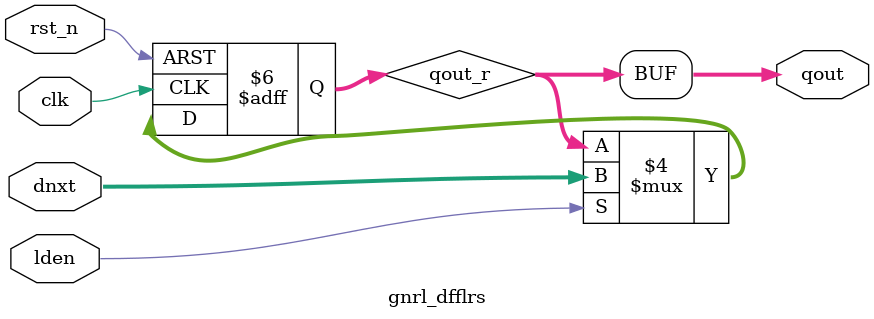
<source format=v>
 /*                                                                      
 Copyright 2018-2020 Nuclei System Technology, Inc.                
                                                                         
 Licensed under the Apache License, Version 2.0 (the "License");         
 you may not use this file except in compliance with the License.        
 You may obtain a copy of the License at                                 
                                                                         
     http://www.apache.org/licenses/LICENSE-2.0                          
                                                                         
  Unless required by applicable law or agreed to in writing, software    
 distributed under the License is distributed on an "AS IS" BASIS,       
 WITHOUT WARRANTIES OR CONDITIONS OF ANY KIND, either express or implied.
 See the License for the specific language governing permissions and     
 limitations under the License.                                          
 */                                                                      
                                                                         
                                                                         
                                                                         
//=====================================================================
//
// Designer   : Bob Hu
//
// Description:
//  All of the general DFF and Latch modules
//
// ====================================================================

//

// ===========================================================================
//
// Description:
//  Verilog module sirv_gnrl DFF with Load-enable and Reset
//  Default reset value is 1
//
// ===========================================================================

 module gnrl_dfflrs # (
    parameter DW = 32
  ) (
  
    input               lden, 
    input      [DW-1:0] dnxt,
    output     [DW-1:0] qout,
  
    input               clk,
    input               rst_n
  );
  
  reg [DW-1:0] qout_r;
  
  always @(posedge clk or negedge rst_n) begin : DFFLRS_PROC
    if (rst_n == 1'b0)
      qout_r <= {DW{1'b1}};
    else if (lden == 1'b1)
      qout_r <= dnxt;
  end
  
  assign qout = qout_r;
  
  `ifndef FPGA_SOURCE//{
  `ifndef DISABLE_SV_ASSERTION//{
  //synopsys translate_off
    gnrl_xchecker # (
    .DW(1)
  ) sirv_gnrl_xchecker(
    .i_dat(lden),
    .clk  (clk)
  );
  //synopsys translate_on
  `endif//}
  `endif//}
      
  
  endmodule
</source>
